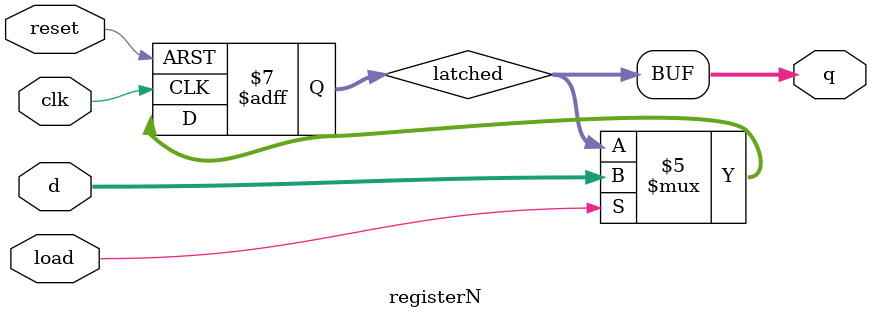
<source format=sv>
module registerN #(parameter N=8) (
   output logic [N-1:0] q,
   input logic clk,
   input logic load,
   input logic reset,
   input logic [N-1:0] d);
   
   // Internal storage
   logic [N-1:0] latched;
   
   // Delay only used for simulation
   assign #(5ps) q = latched;
   
   always_ff @(posedge clk, negedge reset) begin
   
      if (reset == 1'b0) begin
         latched <= 'd0;
		end
      else if (clk == '1) begin
         if (load == '1) begin
            latched <= d;
         end
      end
            
   end
   
endmodule

</source>
